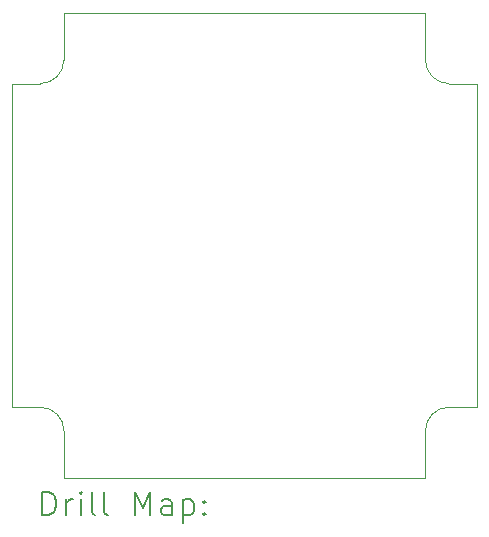
<source format=gbr>
%TF.GenerationSoftware,KiCad,Pcbnew,8.0.8*%
%TF.CreationDate,2025-03-05T20:49:48-06:00*%
%TF.ProjectId,Incipit11,496e6369-7069-4743-9131-2e6b69636164,A*%
%TF.SameCoordinates,Original*%
%TF.FileFunction,Drillmap*%
%TF.FilePolarity,Positive*%
%FSLAX45Y45*%
G04 Gerber Fmt 4.5, Leading zero omitted, Abs format (unit mm)*
G04 Created by KiCad (PCBNEW 8.0.8) date 2025-03-05 20:49:48*
%MOMM*%
%LPD*%
G01*
G04 APERTURE LIST*
%ADD10C,0.050000*%
%ADD11C,0.200000*%
G04 APERTURE END LIST*
D10*
X10500000Y-10540000D02*
G75*
G02*
X10700000Y-10340000I200000J0D01*
G01*
X10700000Y-7600000D02*
G75*
G02*
X10500000Y-7400000I0J200000D01*
G01*
X10500000Y-7400000D02*
X10500000Y-7000000D01*
X10700000Y-10340000D02*
X10940000Y-10340000D01*
X10940000Y-7600000D02*
X10940000Y-10340000D01*
X7240000Y-10340000D02*
X7000000Y-10340000D01*
X7440000Y-7000000D02*
X10500000Y-7000000D01*
X10500000Y-10940000D02*
X7440000Y-10940000D01*
X7440000Y-7400000D02*
X7440000Y-7000000D01*
X7240000Y-7600000D02*
X7000000Y-7600000D01*
X7440000Y-10540000D02*
X7440000Y-10940000D01*
X10500000Y-10540000D02*
X10500000Y-10940000D01*
X7000000Y-10340000D02*
X7000000Y-7600000D01*
X7240000Y-10340000D02*
G75*
G02*
X7440000Y-10540000I0J-200000D01*
G01*
X10700000Y-7600000D02*
X10940000Y-7600000D01*
X7440000Y-7400000D02*
G75*
G02*
X7240000Y-7600000I-200000J0D01*
G01*
D11*
X7258277Y-11253984D02*
X7258277Y-11053984D01*
X7258277Y-11053984D02*
X7305896Y-11053984D01*
X7305896Y-11053984D02*
X7334467Y-11063508D01*
X7334467Y-11063508D02*
X7353515Y-11082555D01*
X7353515Y-11082555D02*
X7363039Y-11101603D01*
X7363039Y-11101603D02*
X7372562Y-11139698D01*
X7372562Y-11139698D02*
X7372562Y-11168270D01*
X7372562Y-11168270D02*
X7363039Y-11206365D01*
X7363039Y-11206365D02*
X7353515Y-11225412D01*
X7353515Y-11225412D02*
X7334467Y-11244460D01*
X7334467Y-11244460D02*
X7305896Y-11253984D01*
X7305896Y-11253984D02*
X7258277Y-11253984D01*
X7458277Y-11253984D02*
X7458277Y-11120650D01*
X7458277Y-11158746D02*
X7467801Y-11139698D01*
X7467801Y-11139698D02*
X7477324Y-11130174D01*
X7477324Y-11130174D02*
X7496372Y-11120650D01*
X7496372Y-11120650D02*
X7515420Y-11120650D01*
X7582086Y-11253984D02*
X7582086Y-11120650D01*
X7582086Y-11053984D02*
X7572562Y-11063508D01*
X7572562Y-11063508D02*
X7582086Y-11073031D01*
X7582086Y-11073031D02*
X7591610Y-11063508D01*
X7591610Y-11063508D02*
X7582086Y-11053984D01*
X7582086Y-11053984D02*
X7582086Y-11073031D01*
X7705896Y-11253984D02*
X7686848Y-11244460D01*
X7686848Y-11244460D02*
X7677324Y-11225412D01*
X7677324Y-11225412D02*
X7677324Y-11053984D01*
X7810658Y-11253984D02*
X7791610Y-11244460D01*
X7791610Y-11244460D02*
X7782086Y-11225412D01*
X7782086Y-11225412D02*
X7782086Y-11053984D01*
X8039229Y-11253984D02*
X8039229Y-11053984D01*
X8039229Y-11053984D02*
X8105896Y-11196841D01*
X8105896Y-11196841D02*
X8172562Y-11053984D01*
X8172562Y-11053984D02*
X8172562Y-11253984D01*
X8353515Y-11253984D02*
X8353515Y-11149222D01*
X8353515Y-11149222D02*
X8343991Y-11130174D01*
X8343991Y-11130174D02*
X8324943Y-11120650D01*
X8324943Y-11120650D02*
X8286848Y-11120650D01*
X8286848Y-11120650D02*
X8267801Y-11130174D01*
X8353515Y-11244460D02*
X8334467Y-11253984D01*
X8334467Y-11253984D02*
X8286848Y-11253984D01*
X8286848Y-11253984D02*
X8267801Y-11244460D01*
X8267801Y-11244460D02*
X8258277Y-11225412D01*
X8258277Y-11225412D02*
X8258277Y-11206365D01*
X8258277Y-11206365D02*
X8267801Y-11187317D01*
X8267801Y-11187317D02*
X8286848Y-11177793D01*
X8286848Y-11177793D02*
X8334467Y-11177793D01*
X8334467Y-11177793D02*
X8353515Y-11168270D01*
X8448753Y-11120650D02*
X8448753Y-11320650D01*
X8448753Y-11130174D02*
X8467801Y-11120650D01*
X8467801Y-11120650D02*
X8505896Y-11120650D01*
X8505896Y-11120650D02*
X8524944Y-11130174D01*
X8524944Y-11130174D02*
X8534467Y-11139698D01*
X8534467Y-11139698D02*
X8543991Y-11158746D01*
X8543991Y-11158746D02*
X8543991Y-11215888D01*
X8543991Y-11215888D02*
X8534467Y-11234936D01*
X8534467Y-11234936D02*
X8524944Y-11244460D01*
X8524944Y-11244460D02*
X8505896Y-11253984D01*
X8505896Y-11253984D02*
X8467801Y-11253984D01*
X8467801Y-11253984D02*
X8448753Y-11244460D01*
X8629705Y-11234936D02*
X8639229Y-11244460D01*
X8639229Y-11244460D02*
X8629705Y-11253984D01*
X8629705Y-11253984D02*
X8620182Y-11244460D01*
X8620182Y-11244460D02*
X8629705Y-11234936D01*
X8629705Y-11234936D02*
X8629705Y-11253984D01*
X8629705Y-11130174D02*
X8639229Y-11139698D01*
X8639229Y-11139698D02*
X8629705Y-11149222D01*
X8629705Y-11149222D02*
X8620182Y-11139698D01*
X8620182Y-11139698D02*
X8629705Y-11130174D01*
X8629705Y-11130174D02*
X8629705Y-11149222D01*
M02*

</source>
